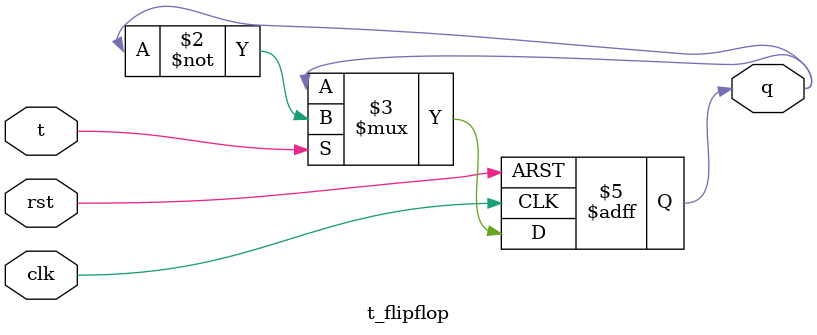
<source format=v>
module t_flipflop(
    input clk,
    input rst,
    input t,
    output reg q
);

always @(posedge clk or posedge rst) begin
    if (rst)
        q <= 1'b0;
    else if (t)
        q <= ~q;
end

endmodule

</source>
